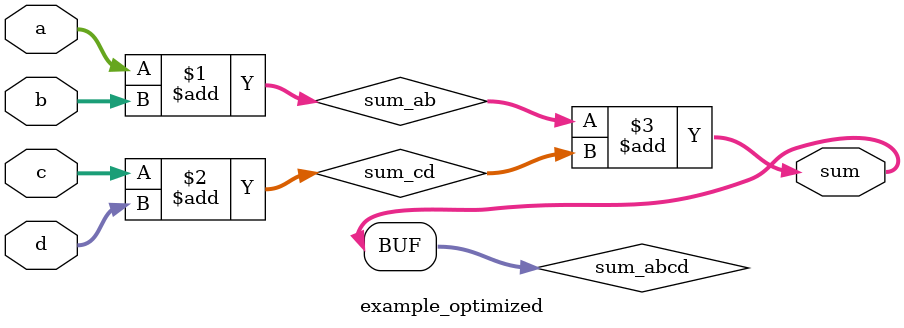
<source format=v>
module example_optimized(
    input [7:0] a,
    input [7:0] b,
    input [7:0] c,
    input [7:0] d,
    output [9:0] sum  // Output to accommodate possible overflow
);

    // Optimized addition using intermediate results
    wire [8:0] sum_ab;    // Sum of a and b
    wire [8:0] sum_cd;    // Sum of c and d
    wire [9:0] sum_abcd;  // Final sum of (a+b) and (c+d)

    // Calculate sum of a and b
    assign sum_ab = a + b;

    // Calculate sum of c and d
    assign sum_cd = c + d;

    // Calculate final sum of (a+b) and (c+d)
    assign sum_abcd = sum_ab + sum_cd;

    // Output the final sum
    assign sum = sum_abcd;

endmodule
</source>
